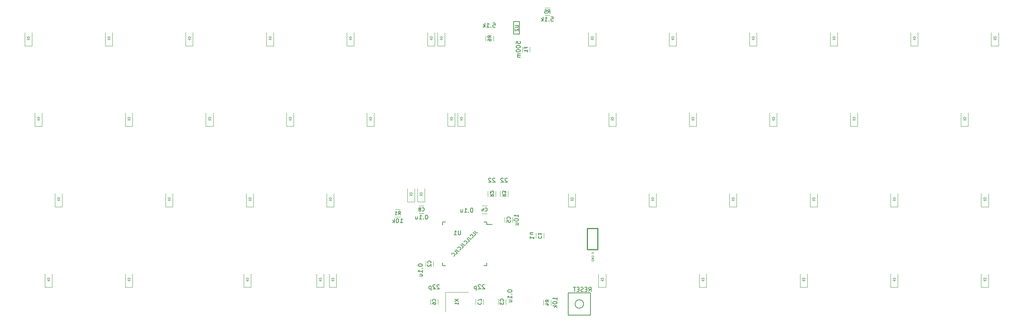
<source format=gbr>
G04 #@! TF.GenerationSoftware,KiCad,Pcbnew,(5.1.6)-1*
G04 #@! TF.CreationDate,2020-06-21T19:34:39+02:00*
G04 #@! TF.ProjectId,CC45,43433435-2e6b-4696-9361-645f70636258,rev?*
G04 #@! TF.SameCoordinates,Original*
G04 #@! TF.FileFunction,Legend,Bot*
G04 #@! TF.FilePolarity,Positive*
%FSLAX46Y46*%
G04 Gerber Fmt 4.6, Leading zero omitted, Abs format (unit mm)*
G04 Created by KiCad (PCBNEW (5.1.6)-1) date 2020-06-21 19:34:39*
%MOMM*%
%LPD*%
G01*
G04 APERTURE LIST*
%ADD10C,0.200000*%
%ADD11C,0.120000*%
%ADD12C,0.100000*%
%ADD13C,0.150000*%
%ADD14C,0.250000*%
%ADD15C,0.125000*%
G04 APERTURE END LIST*
D10*
X146803147Y-78877291D02*
X147207208Y-79281352D01*
X147314958Y-79335227D01*
X147422708Y-79335227D01*
X147530457Y-79281352D01*
X147584332Y-79227478D01*
X146830085Y-79981725D02*
X147099459Y-79712351D01*
X146533773Y-79146665D01*
X146264399Y-80439661D02*
X146318274Y-80439661D01*
X146426024Y-80385786D01*
X146479898Y-80331911D01*
X146533773Y-80224162D01*
X146533773Y-80116412D01*
X146506836Y-80035600D01*
X146426024Y-79900913D01*
X146345211Y-79820101D01*
X146210524Y-79739288D01*
X146129712Y-79712351D01*
X146021963Y-79712351D01*
X145914213Y-79766226D01*
X145860338Y-79820101D01*
X145806463Y-79927850D01*
X145806463Y-79981725D01*
X145348528Y-80331911D02*
X145752589Y-80735972D01*
X145860338Y-80789847D01*
X145968088Y-80789847D01*
X146075837Y-80735972D01*
X146129712Y-80682097D01*
X145375465Y-81436345D02*
X145644839Y-81166971D01*
X145079154Y-80601285D01*
X144809780Y-81894280D02*
X144863654Y-81894280D01*
X144971404Y-81840406D01*
X145025279Y-81786531D01*
X145079154Y-81678781D01*
X145079154Y-81571032D01*
X145052216Y-81490219D01*
X144971404Y-81355532D01*
X144890592Y-81274720D01*
X144755905Y-81193908D01*
X144675093Y-81166971D01*
X144567343Y-81166971D01*
X144459593Y-81220845D01*
X144405719Y-81274720D01*
X144351844Y-81382470D01*
X144351844Y-81436345D01*
X143893908Y-81786531D02*
X144297969Y-82190592D01*
X144405719Y-82244467D01*
X144513468Y-82244467D01*
X144621218Y-82190592D01*
X144675093Y-82136717D01*
X143920845Y-82890964D02*
X144190219Y-82621590D01*
X143624534Y-82055905D01*
X143355160Y-83348900D02*
X143409035Y-83348900D01*
X143516784Y-83295025D01*
X143570659Y-83241150D01*
X143624534Y-83133401D01*
X143624534Y-83025651D01*
X143597597Y-82944839D01*
X143516784Y-82810152D01*
X143435972Y-82729340D01*
X143301285Y-82648528D01*
X143220473Y-82621590D01*
X143112723Y-82621590D01*
X143004974Y-82675465D01*
X142951099Y-82729340D01*
X142897224Y-82837089D01*
X142897224Y-82890964D01*
X142439288Y-83241150D02*
X142843349Y-83645211D01*
X142951099Y-83699086D01*
X143058849Y-83699086D01*
X143166598Y-83645211D01*
X143220473Y-83591337D01*
X142466226Y-84345584D02*
X142735600Y-84076210D01*
X142169914Y-83510524D01*
X141900540Y-84803520D02*
X141954415Y-84803520D01*
X142062165Y-84749645D01*
X142116039Y-84695770D01*
X142169914Y-84588021D01*
X142169914Y-84480271D01*
X142142977Y-84399459D01*
X142062165Y-84264772D01*
X141981352Y-84183960D01*
X141846665Y-84103147D01*
X141765853Y-84076210D01*
X141658104Y-84076210D01*
X141550354Y-84130085D01*
X141496479Y-84183960D01*
X141442604Y-84291709D01*
X141442604Y-84345584D01*
D11*
X134939564Y-72890000D02*
X133735436Y-72890000D01*
X134939564Y-74710000D02*
X133735436Y-74710000D01*
X148910000Y-96195814D02*
X148910000Y-94991686D01*
X147090000Y-96195814D02*
X147090000Y-94991686D01*
X136402500Y-94991686D02*
X136402500Y-96195814D01*
X138222500Y-94991686D02*
X138222500Y-96195814D01*
X153990000Y-75597936D02*
X153990000Y-76802064D01*
X155810000Y-75597936D02*
X155810000Y-76802064D01*
X149789564Y-72940000D02*
X148585436Y-72940000D01*
X149789564Y-74760000D02*
X148585436Y-74760000D01*
X152390000Y-94947936D02*
X152390000Y-96152064D01*
X154210000Y-94947936D02*
X154210000Y-96152064D01*
X135290000Y-85997936D02*
X135290000Y-87202064D01*
X137110000Y-85997936D02*
X137110000Y-87202064D01*
X163160000Y-80552064D02*
X163160000Y-79347936D01*
X161340000Y-80552064D02*
X161340000Y-79347936D01*
X42412500Y-35150000D02*
X40712500Y-35150000D01*
D12*
X41562500Y-33050000D02*
X41562500Y-32800000D01*
X41212500Y-33050000D02*
X41562500Y-33550000D01*
X41912500Y-33050000D02*
X41212500Y-33050000D01*
X41562500Y-33550000D02*
X41912500Y-33050000D01*
X41562500Y-33550000D02*
X41562500Y-33750000D01*
X41912500Y-33550000D02*
X41212500Y-33550000D01*
D11*
X40712500Y-35150000D02*
X40712500Y-32000000D01*
X42412500Y-35150000D02*
X42412500Y-32000000D01*
X268037500Y-92150000D02*
X266337500Y-92150000D01*
D12*
X267187500Y-90050000D02*
X267187500Y-89800000D01*
X266837500Y-90050000D02*
X267187500Y-90550000D01*
X267537500Y-90050000D02*
X266837500Y-90050000D01*
X267187500Y-90550000D02*
X267537500Y-90050000D01*
X267187500Y-90550000D02*
X267187500Y-90750000D01*
X267537500Y-90550000D02*
X266837500Y-90550000D01*
D11*
X266337500Y-92150000D02*
X266337500Y-89000000D01*
X268037500Y-92150000D02*
X268037500Y-89000000D01*
X246662500Y-92150000D02*
X244962500Y-92150000D01*
D12*
X245812500Y-90050000D02*
X245812500Y-89800000D01*
X245462500Y-90050000D02*
X245812500Y-90550000D01*
X246162500Y-90050000D02*
X245462500Y-90050000D01*
X245812500Y-90550000D02*
X246162500Y-90050000D01*
X245812500Y-90550000D02*
X245812500Y-90750000D01*
X246162500Y-90550000D02*
X245462500Y-90550000D01*
D11*
X244962500Y-92150000D02*
X244962500Y-89000000D01*
X246662500Y-92150000D02*
X246662500Y-89000000D01*
X225287500Y-92150000D02*
X223587500Y-92150000D01*
D12*
X224437500Y-90050000D02*
X224437500Y-89800000D01*
X224087500Y-90050000D02*
X224437500Y-90550000D01*
X224787500Y-90050000D02*
X224087500Y-90050000D01*
X224437500Y-90550000D02*
X224787500Y-90050000D01*
X224437500Y-90550000D02*
X224437500Y-90750000D01*
X224787500Y-90550000D02*
X224087500Y-90550000D01*
D11*
X223587500Y-92150000D02*
X223587500Y-89000000D01*
X225287500Y-92150000D02*
X225287500Y-89000000D01*
X201537500Y-92150000D02*
X199837500Y-92150000D01*
D12*
X200687500Y-90050000D02*
X200687500Y-89800000D01*
X200337500Y-90050000D02*
X200687500Y-90550000D01*
X201037500Y-90050000D02*
X200337500Y-90050000D01*
X200687500Y-90550000D02*
X201037500Y-90050000D01*
X200687500Y-90550000D02*
X200687500Y-90750000D01*
X201037500Y-90550000D02*
X200337500Y-90550000D01*
D11*
X199837500Y-92150000D02*
X199837500Y-89000000D01*
X201537500Y-92150000D02*
X201537500Y-89000000D01*
X177787500Y-92150000D02*
X176087500Y-92150000D01*
D12*
X176937500Y-90050000D02*
X176937500Y-89800000D01*
X176587500Y-90050000D02*
X176937500Y-90550000D01*
X177287500Y-90050000D02*
X176587500Y-90050000D01*
X176937500Y-90550000D02*
X177287500Y-90050000D01*
X176937500Y-90550000D02*
X176937500Y-90750000D01*
X177287500Y-90550000D02*
X176587500Y-90550000D01*
D11*
X176087500Y-92150000D02*
X176087500Y-89000000D01*
X177787500Y-92150000D02*
X177787500Y-89000000D01*
X114256250Y-92150000D02*
X112556250Y-92150000D01*
D12*
X113406250Y-90050000D02*
X113406250Y-89800000D01*
X113056250Y-90050000D02*
X113406250Y-90550000D01*
X113756250Y-90050000D02*
X113056250Y-90050000D01*
X113406250Y-90550000D02*
X113756250Y-90050000D01*
X113406250Y-90550000D02*
X113406250Y-90750000D01*
X113756250Y-90550000D02*
X113056250Y-90550000D01*
D11*
X112556250Y-92150000D02*
X112556250Y-89000000D01*
X114256250Y-92150000D02*
X114256250Y-89000000D01*
X111287500Y-92150000D02*
X109587500Y-92150000D01*
D12*
X110437500Y-90050000D02*
X110437500Y-89800000D01*
X110087500Y-90050000D02*
X110437500Y-90550000D01*
X110787500Y-90050000D02*
X110087500Y-90050000D01*
X110437500Y-90550000D02*
X110787500Y-90050000D01*
X110437500Y-90550000D02*
X110437500Y-90750000D01*
X110787500Y-90550000D02*
X110087500Y-90550000D01*
D11*
X109587500Y-92150000D02*
X109587500Y-89000000D01*
X111287500Y-92150000D02*
X111287500Y-89000000D01*
X94068750Y-92150000D02*
X92368750Y-92150000D01*
D12*
X93218750Y-90050000D02*
X93218750Y-89800000D01*
X92868750Y-90050000D02*
X93218750Y-90550000D01*
X93568750Y-90050000D02*
X92868750Y-90050000D01*
X93218750Y-90550000D02*
X93568750Y-90050000D01*
X93218750Y-90550000D02*
X93218750Y-90750000D01*
X93568750Y-90550000D02*
X92868750Y-90550000D01*
D11*
X92368750Y-92150000D02*
X92368750Y-89000000D01*
X94068750Y-92150000D02*
X94068750Y-89000000D01*
X66162500Y-92150000D02*
X64462500Y-92150000D01*
D12*
X65312500Y-90050000D02*
X65312500Y-89800000D01*
X64962500Y-90050000D02*
X65312500Y-90550000D01*
X65662500Y-90050000D02*
X64962500Y-90050000D01*
X65312500Y-90550000D02*
X65662500Y-90050000D01*
X65312500Y-90550000D02*
X65312500Y-90750000D01*
X65662500Y-90550000D02*
X64962500Y-90550000D01*
D11*
X64462500Y-92150000D02*
X64462500Y-89000000D01*
X66162500Y-92150000D02*
X66162500Y-89000000D01*
X47162500Y-92150000D02*
X45462500Y-92150000D01*
D12*
X46312500Y-90050000D02*
X46312500Y-89800000D01*
X45962500Y-90050000D02*
X46312500Y-90550000D01*
X46662500Y-90050000D02*
X45962500Y-90050000D01*
X46312500Y-90550000D02*
X46662500Y-90050000D01*
X46312500Y-90550000D02*
X46312500Y-90750000D01*
X46662500Y-90550000D02*
X45962500Y-90550000D01*
D11*
X45462500Y-92150000D02*
X45462500Y-89000000D01*
X47162500Y-92150000D02*
X47162500Y-89000000D01*
X268037500Y-73150000D02*
X266337500Y-73150000D01*
D12*
X267187500Y-71050000D02*
X267187500Y-70800000D01*
X266837500Y-71050000D02*
X267187500Y-71550000D01*
X267537500Y-71050000D02*
X266837500Y-71050000D01*
X267187500Y-71550000D02*
X267537500Y-71050000D01*
X267187500Y-71550000D02*
X267187500Y-71750000D01*
X267537500Y-71550000D02*
X266837500Y-71550000D01*
D11*
X266337500Y-73150000D02*
X266337500Y-70000000D01*
X268037500Y-73150000D02*
X268037500Y-70000000D01*
X246662500Y-73150000D02*
X244962500Y-73150000D01*
D12*
X245812500Y-71050000D02*
X245812500Y-70800000D01*
X245462500Y-71050000D02*
X245812500Y-71550000D01*
X246162500Y-71050000D02*
X245462500Y-71050000D01*
X245812500Y-71550000D02*
X246162500Y-71050000D01*
X245812500Y-71550000D02*
X245812500Y-71750000D01*
X246162500Y-71550000D02*
X245462500Y-71550000D01*
D11*
X244962500Y-73150000D02*
X244962500Y-70000000D01*
X246662500Y-73150000D02*
X246662500Y-70000000D01*
X227662500Y-73150000D02*
X225962500Y-73150000D01*
D12*
X226812500Y-71050000D02*
X226812500Y-70800000D01*
X226462500Y-71050000D02*
X226812500Y-71550000D01*
X227162500Y-71050000D02*
X226462500Y-71050000D01*
X226812500Y-71550000D02*
X227162500Y-71050000D01*
X226812500Y-71550000D02*
X226812500Y-71750000D01*
X227162500Y-71550000D02*
X226462500Y-71550000D01*
D11*
X225962500Y-73150000D02*
X225962500Y-70000000D01*
X227662500Y-73150000D02*
X227662500Y-70000000D01*
X208662500Y-73150000D02*
X206962500Y-73150000D01*
D12*
X207812500Y-71050000D02*
X207812500Y-70800000D01*
X207462500Y-71050000D02*
X207812500Y-71550000D01*
X208162500Y-71050000D02*
X207462500Y-71050000D01*
X207812500Y-71550000D02*
X208162500Y-71050000D01*
X207812500Y-71550000D02*
X207812500Y-71750000D01*
X208162500Y-71550000D02*
X207462500Y-71550000D01*
D11*
X206962500Y-73150000D02*
X206962500Y-70000000D01*
X208662500Y-73150000D02*
X208662500Y-70000000D01*
X189662500Y-73150000D02*
X187962500Y-73150000D01*
D12*
X188812500Y-71050000D02*
X188812500Y-70800000D01*
X188462500Y-71050000D02*
X188812500Y-71550000D01*
X189162500Y-71050000D02*
X188462500Y-71050000D01*
X188812500Y-71550000D02*
X189162500Y-71050000D01*
X188812500Y-71550000D02*
X188812500Y-71750000D01*
X189162500Y-71550000D02*
X188462500Y-71550000D01*
D11*
X187962500Y-73150000D02*
X187962500Y-70000000D01*
X189662500Y-73150000D02*
X189662500Y-70000000D01*
X170662500Y-73150000D02*
X168962500Y-73150000D01*
D12*
X169812500Y-71050000D02*
X169812500Y-70800000D01*
X169462500Y-71050000D02*
X169812500Y-71550000D01*
X170162500Y-71050000D02*
X169462500Y-71050000D01*
X169812500Y-71550000D02*
X170162500Y-71050000D01*
X169812500Y-71550000D02*
X169812500Y-71750000D01*
X170162500Y-71550000D02*
X169462500Y-71550000D01*
D11*
X168962500Y-73150000D02*
X168962500Y-70000000D01*
X170662500Y-73150000D02*
X170662500Y-70000000D01*
X135037500Y-71962500D02*
X133337500Y-71962500D01*
D12*
X134187500Y-69862500D02*
X134187500Y-69612500D01*
X133837500Y-69862500D02*
X134187500Y-70362500D01*
X134537500Y-69862500D02*
X133837500Y-69862500D01*
X134187500Y-70362500D02*
X134537500Y-69862500D01*
X134187500Y-70362500D02*
X134187500Y-70562500D01*
X134537500Y-70362500D02*
X133837500Y-70362500D01*
D11*
X133337500Y-71962500D02*
X133337500Y-68812500D01*
X135037500Y-71962500D02*
X135037500Y-68812500D01*
X132662500Y-71962500D02*
X130962500Y-71962500D01*
D12*
X131812500Y-69862500D02*
X131812500Y-69612500D01*
X131462500Y-69862500D02*
X131812500Y-70362500D01*
X132162500Y-69862500D02*
X131462500Y-69862500D01*
X131812500Y-70362500D02*
X132162500Y-69862500D01*
X131812500Y-70362500D02*
X131812500Y-70562500D01*
X132162500Y-70362500D02*
X131462500Y-70362500D01*
D11*
X130962500Y-71962500D02*
X130962500Y-68812500D01*
X132662500Y-71962500D02*
X132662500Y-68812500D01*
X113662500Y-73150000D02*
X111962500Y-73150000D01*
D12*
X112812500Y-71050000D02*
X112812500Y-70800000D01*
X112462500Y-71050000D02*
X112812500Y-71550000D01*
X113162500Y-71050000D02*
X112462500Y-71050000D01*
X112812500Y-71550000D02*
X113162500Y-71050000D01*
X112812500Y-71550000D02*
X112812500Y-71750000D01*
X113162500Y-71550000D02*
X112462500Y-71550000D01*
D11*
X111962500Y-73150000D02*
X111962500Y-70000000D01*
X113662500Y-73150000D02*
X113662500Y-70000000D01*
X94662500Y-73150000D02*
X92962500Y-73150000D01*
D12*
X93812500Y-71050000D02*
X93812500Y-70800000D01*
X93462500Y-71050000D02*
X93812500Y-71550000D01*
X94162500Y-71050000D02*
X93462500Y-71050000D01*
X93812500Y-71550000D02*
X94162500Y-71050000D01*
X93812500Y-71550000D02*
X93812500Y-71750000D01*
X94162500Y-71550000D02*
X93462500Y-71550000D01*
D11*
X92962500Y-73150000D02*
X92962500Y-70000000D01*
X94662500Y-73150000D02*
X94662500Y-70000000D01*
X75662500Y-73150000D02*
X73962500Y-73150000D01*
D12*
X74812500Y-71050000D02*
X74812500Y-70800000D01*
X74462500Y-71050000D02*
X74812500Y-71550000D01*
X75162500Y-71050000D02*
X74462500Y-71050000D01*
X74812500Y-71550000D02*
X75162500Y-71050000D01*
X74812500Y-71550000D02*
X74812500Y-71750000D01*
X75162500Y-71550000D02*
X74462500Y-71550000D01*
D11*
X73962500Y-73150000D02*
X73962500Y-70000000D01*
X75662500Y-73150000D02*
X75662500Y-70000000D01*
X49537500Y-73150000D02*
X47837500Y-73150000D01*
D12*
X48687500Y-71050000D02*
X48687500Y-70800000D01*
X48337500Y-71050000D02*
X48687500Y-71550000D01*
X49037500Y-71050000D02*
X48337500Y-71050000D01*
X48687500Y-71550000D02*
X49037500Y-71050000D01*
X48687500Y-71550000D02*
X48687500Y-71750000D01*
X49037500Y-71550000D02*
X48337500Y-71550000D01*
D11*
X47837500Y-73150000D02*
X47837500Y-70000000D01*
X49537500Y-73150000D02*
X49537500Y-70000000D01*
X263287500Y-54150000D02*
X261587500Y-54150000D01*
D12*
X262437500Y-52050000D02*
X262437500Y-51800000D01*
X262087500Y-52050000D02*
X262437500Y-52550000D01*
X262787500Y-52050000D02*
X262087500Y-52050000D01*
X262437500Y-52550000D02*
X262787500Y-52050000D01*
X262437500Y-52550000D02*
X262437500Y-52750000D01*
X262787500Y-52550000D02*
X262087500Y-52550000D01*
D11*
X261587500Y-54150000D02*
X261587500Y-51000000D01*
X263287500Y-54150000D02*
X263287500Y-51000000D01*
X237162500Y-54150000D02*
X235462500Y-54150000D01*
D12*
X236312500Y-52050000D02*
X236312500Y-51800000D01*
X235962500Y-52050000D02*
X236312500Y-52550000D01*
X236662500Y-52050000D02*
X235962500Y-52050000D01*
X236312500Y-52550000D02*
X236662500Y-52050000D01*
X236312500Y-52550000D02*
X236312500Y-52750000D01*
X236662500Y-52550000D02*
X235962500Y-52550000D01*
D11*
X235462500Y-54150000D02*
X235462500Y-51000000D01*
X237162500Y-54150000D02*
X237162500Y-51000000D01*
X218162500Y-54150000D02*
X216462500Y-54150000D01*
D12*
X217312500Y-52050000D02*
X217312500Y-51800000D01*
X216962500Y-52050000D02*
X217312500Y-52550000D01*
X217662500Y-52050000D02*
X216962500Y-52050000D01*
X217312500Y-52550000D02*
X217662500Y-52050000D01*
X217312500Y-52550000D02*
X217312500Y-52750000D01*
X217662500Y-52550000D02*
X216962500Y-52550000D01*
D11*
X216462500Y-54150000D02*
X216462500Y-51000000D01*
X218162500Y-54150000D02*
X218162500Y-51000000D01*
X199162500Y-54150000D02*
X197462500Y-54150000D01*
D12*
X198312500Y-52050000D02*
X198312500Y-51800000D01*
X197962500Y-52050000D02*
X198312500Y-52550000D01*
X198662500Y-52050000D02*
X197962500Y-52050000D01*
X198312500Y-52550000D02*
X198662500Y-52050000D01*
X198312500Y-52550000D02*
X198312500Y-52750000D01*
X198662500Y-52550000D02*
X197962500Y-52550000D01*
D11*
X197462500Y-54150000D02*
X197462500Y-51000000D01*
X199162500Y-54150000D02*
X199162500Y-51000000D01*
X180162500Y-54150000D02*
X178462500Y-54150000D01*
D12*
X179312500Y-52050000D02*
X179312500Y-51800000D01*
X178962500Y-52050000D02*
X179312500Y-52550000D01*
X179662500Y-52050000D02*
X178962500Y-52050000D01*
X179312500Y-52550000D02*
X179662500Y-52050000D01*
X179312500Y-52550000D02*
X179312500Y-52750000D01*
X179662500Y-52550000D02*
X178962500Y-52550000D01*
D11*
X178462500Y-54150000D02*
X178462500Y-51000000D01*
X180162500Y-54150000D02*
X180162500Y-51000000D01*
X144537500Y-54150000D02*
X142837500Y-54150000D01*
D12*
X143687500Y-52050000D02*
X143687500Y-51800000D01*
X143337500Y-52050000D02*
X143687500Y-52550000D01*
X144037500Y-52050000D02*
X143337500Y-52050000D01*
X143687500Y-52550000D02*
X144037500Y-52050000D01*
X143687500Y-52550000D02*
X143687500Y-52750000D01*
X144037500Y-52550000D02*
X143337500Y-52550000D01*
D11*
X142837500Y-54150000D02*
X142837500Y-51000000D01*
X144537500Y-54150000D02*
X144537500Y-51000000D01*
X142162500Y-54150000D02*
X140462500Y-54150000D01*
D12*
X141312500Y-52050000D02*
X141312500Y-51800000D01*
X140962500Y-52050000D02*
X141312500Y-52550000D01*
X141662500Y-52050000D02*
X140962500Y-52050000D01*
X141312500Y-52550000D02*
X141662500Y-52050000D01*
X141312500Y-52550000D02*
X141312500Y-52750000D01*
X141662500Y-52550000D02*
X140962500Y-52550000D01*
D11*
X140462500Y-54150000D02*
X140462500Y-51000000D01*
X142162500Y-54150000D02*
X142162500Y-51000000D01*
X123162500Y-54150000D02*
X121462500Y-54150000D01*
D12*
X122312500Y-52050000D02*
X122312500Y-51800000D01*
X121962500Y-52050000D02*
X122312500Y-52550000D01*
X122662500Y-52050000D02*
X121962500Y-52050000D01*
X122312500Y-52550000D02*
X122662500Y-52050000D01*
X122312500Y-52550000D02*
X122312500Y-52750000D01*
X122662500Y-52550000D02*
X121962500Y-52550000D01*
D11*
X121462500Y-54150000D02*
X121462500Y-51000000D01*
X123162500Y-54150000D02*
X123162500Y-51000000D01*
X104162500Y-54150000D02*
X102462500Y-54150000D01*
D12*
X103312500Y-52050000D02*
X103312500Y-51800000D01*
X102962500Y-52050000D02*
X103312500Y-52550000D01*
X103662500Y-52050000D02*
X102962500Y-52050000D01*
X103312500Y-52550000D02*
X103662500Y-52050000D01*
X103312500Y-52550000D02*
X103312500Y-52750000D01*
X103662500Y-52550000D02*
X102962500Y-52550000D01*
D11*
X102462500Y-54150000D02*
X102462500Y-51000000D01*
X104162500Y-54150000D02*
X104162500Y-51000000D01*
X85162500Y-54150000D02*
X83462500Y-54150000D01*
D12*
X84312500Y-52050000D02*
X84312500Y-51800000D01*
X83962500Y-52050000D02*
X84312500Y-52550000D01*
X84662500Y-52050000D02*
X83962500Y-52050000D01*
X84312500Y-52550000D02*
X84662500Y-52050000D01*
X84312500Y-52550000D02*
X84312500Y-52750000D01*
X84662500Y-52550000D02*
X83962500Y-52550000D01*
D11*
X83462500Y-54150000D02*
X83462500Y-51000000D01*
X85162500Y-54150000D02*
X85162500Y-51000000D01*
X66162500Y-54150000D02*
X64462500Y-54150000D01*
D12*
X65312500Y-52050000D02*
X65312500Y-51800000D01*
X64962500Y-52050000D02*
X65312500Y-52550000D01*
X65662500Y-52050000D02*
X64962500Y-52050000D01*
X65312500Y-52550000D02*
X65662500Y-52050000D01*
X65312500Y-52550000D02*
X65312500Y-52750000D01*
X65662500Y-52550000D02*
X64962500Y-52550000D01*
D11*
X64462500Y-54150000D02*
X64462500Y-51000000D01*
X66162500Y-54150000D02*
X66162500Y-51000000D01*
X44787500Y-54150000D02*
X43087500Y-54150000D01*
D12*
X43937500Y-52050000D02*
X43937500Y-51800000D01*
X43587500Y-52050000D02*
X43937500Y-52550000D01*
X44287500Y-52050000D02*
X43587500Y-52050000D01*
X43937500Y-52550000D02*
X44287500Y-52050000D01*
X43937500Y-52550000D02*
X43937500Y-52750000D01*
X44287500Y-52550000D02*
X43587500Y-52550000D01*
D11*
X43087500Y-54150000D02*
X43087500Y-51000000D01*
X44787500Y-54150000D02*
X44787500Y-51000000D01*
X270412500Y-35150000D02*
X268712500Y-35150000D01*
D12*
X269562500Y-33050000D02*
X269562500Y-32800000D01*
X269212500Y-33050000D02*
X269562500Y-33550000D01*
X269912500Y-33050000D02*
X269212500Y-33050000D01*
X269562500Y-33550000D02*
X269912500Y-33050000D01*
X269562500Y-33550000D02*
X269562500Y-33750000D01*
X269912500Y-33550000D02*
X269212500Y-33550000D01*
D11*
X268712500Y-35150000D02*
X268712500Y-32000000D01*
X270412500Y-35150000D02*
X270412500Y-32000000D01*
X251412500Y-35150000D02*
X249712500Y-35150000D01*
D12*
X250562500Y-33050000D02*
X250562500Y-32800000D01*
X250212500Y-33050000D02*
X250562500Y-33550000D01*
X250912500Y-33050000D02*
X250212500Y-33050000D01*
X250562500Y-33550000D02*
X250912500Y-33050000D01*
X250562500Y-33550000D02*
X250562500Y-33750000D01*
X250912500Y-33550000D02*
X250212500Y-33550000D01*
D11*
X249712500Y-35150000D02*
X249712500Y-32000000D01*
X251412500Y-35150000D02*
X251412500Y-32000000D01*
X232412500Y-35150000D02*
X230712500Y-35150000D01*
D12*
X231562500Y-33050000D02*
X231562500Y-32800000D01*
X231212500Y-33050000D02*
X231562500Y-33550000D01*
X231912500Y-33050000D02*
X231212500Y-33050000D01*
X231562500Y-33550000D02*
X231912500Y-33050000D01*
X231562500Y-33550000D02*
X231562500Y-33750000D01*
X231912500Y-33550000D02*
X231212500Y-33550000D01*
D11*
X230712500Y-35150000D02*
X230712500Y-32000000D01*
X232412500Y-35150000D02*
X232412500Y-32000000D01*
X213412500Y-35150000D02*
X211712500Y-35150000D01*
D12*
X212562500Y-33050000D02*
X212562500Y-32800000D01*
X212212500Y-33050000D02*
X212562500Y-33550000D01*
X212912500Y-33050000D02*
X212212500Y-33050000D01*
X212562500Y-33550000D02*
X212912500Y-33050000D01*
X212562500Y-33550000D02*
X212562500Y-33750000D01*
X212912500Y-33550000D02*
X212212500Y-33550000D01*
D11*
X211712500Y-35150000D02*
X211712500Y-32000000D01*
X213412500Y-35150000D02*
X213412500Y-32000000D01*
X194412500Y-35150000D02*
X192712500Y-35150000D01*
D12*
X193562500Y-33050000D02*
X193562500Y-32800000D01*
X193212500Y-33050000D02*
X193562500Y-33550000D01*
X193912500Y-33050000D02*
X193212500Y-33050000D01*
X193562500Y-33550000D02*
X193912500Y-33050000D01*
X193562500Y-33550000D02*
X193562500Y-33750000D01*
X193912500Y-33550000D02*
X193212500Y-33550000D01*
D11*
X192712500Y-35150000D02*
X192712500Y-32000000D01*
X194412500Y-35150000D02*
X194412500Y-32000000D01*
X175412500Y-35150000D02*
X173712500Y-35150000D01*
D12*
X174562500Y-33050000D02*
X174562500Y-32800000D01*
X174212500Y-33050000D02*
X174562500Y-33550000D01*
X174912500Y-33050000D02*
X174212500Y-33050000D01*
X174562500Y-33550000D02*
X174912500Y-33050000D01*
X174562500Y-33550000D02*
X174562500Y-33750000D01*
X174912500Y-33550000D02*
X174212500Y-33550000D01*
D11*
X173712500Y-35150000D02*
X173712500Y-32000000D01*
X175412500Y-35150000D02*
X175412500Y-32000000D01*
X139787500Y-35150000D02*
X138087500Y-35150000D01*
D12*
X138937500Y-33050000D02*
X138937500Y-32800000D01*
X138587500Y-33050000D02*
X138937500Y-33550000D01*
X139287500Y-33050000D02*
X138587500Y-33050000D01*
X138937500Y-33550000D02*
X139287500Y-33050000D01*
X138937500Y-33550000D02*
X138937500Y-33750000D01*
X139287500Y-33550000D02*
X138587500Y-33550000D01*
D11*
X138087500Y-35150000D02*
X138087500Y-32000000D01*
X139787500Y-35150000D02*
X139787500Y-32000000D01*
X137412500Y-35150000D02*
X135712500Y-35150000D01*
D12*
X136562500Y-33050000D02*
X136562500Y-32800000D01*
X136212500Y-33050000D02*
X136562500Y-33550000D01*
X136912500Y-33050000D02*
X136212500Y-33050000D01*
X136562500Y-33550000D02*
X136912500Y-33050000D01*
X136562500Y-33550000D02*
X136562500Y-33750000D01*
X136912500Y-33550000D02*
X136212500Y-33550000D01*
D11*
X135712500Y-35150000D02*
X135712500Y-32000000D01*
X137412500Y-35150000D02*
X137412500Y-32000000D01*
X118412500Y-35150000D02*
X116712500Y-35150000D01*
D12*
X117562500Y-33050000D02*
X117562500Y-32800000D01*
X117212500Y-33050000D02*
X117562500Y-33550000D01*
X117912500Y-33050000D02*
X117212500Y-33050000D01*
X117562500Y-33550000D02*
X117912500Y-33050000D01*
X117562500Y-33550000D02*
X117562500Y-33750000D01*
X117912500Y-33550000D02*
X117212500Y-33550000D01*
D11*
X116712500Y-35150000D02*
X116712500Y-32000000D01*
X118412500Y-35150000D02*
X118412500Y-32000000D01*
X99412500Y-35150000D02*
X97712500Y-35150000D01*
D12*
X98562500Y-33050000D02*
X98562500Y-32800000D01*
X98212500Y-33050000D02*
X98562500Y-33550000D01*
X98912500Y-33050000D02*
X98212500Y-33050000D01*
X98562500Y-33550000D02*
X98912500Y-33050000D01*
X98562500Y-33550000D02*
X98562500Y-33750000D01*
X98912500Y-33550000D02*
X98212500Y-33550000D01*
D11*
X97712500Y-35150000D02*
X97712500Y-32000000D01*
X99412500Y-35150000D02*
X99412500Y-32000000D01*
X80412500Y-35150000D02*
X78712500Y-35150000D01*
D12*
X79562500Y-33050000D02*
X79562500Y-32800000D01*
X79212500Y-33050000D02*
X79562500Y-33550000D01*
X79912500Y-33050000D02*
X79212500Y-33050000D01*
X79562500Y-33550000D02*
X79912500Y-33050000D01*
X79562500Y-33550000D02*
X79562500Y-33750000D01*
X79912500Y-33550000D02*
X79212500Y-33550000D01*
D11*
X78712500Y-35150000D02*
X78712500Y-32000000D01*
X80412500Y-35150000D02*
X80412500Y-32000000D01*
X61412500Y-35150000D02*
X59712500Y-35150000D01*
D12*
X60562500Y-33050000D02*
X60562500Y-32800000D01*
X60212500Y-33050000D02*
X60562500Y-33550000D01*
X60912500Y-33050000D02*
X60212500Y-33050000D01*
X60562500Y-33550000D02*
X60912500Y-33050000D01*
X60562500Y-33550000D02*
X60562500Y-33750000D01*
X60912500Y-33550000D02*
X60212500Y-33550000D01*
D11*
X59712500Y-35150000D02*
X59712500Y-32000000D01*
X61412500Y-35150000D02*
X61412500Y-32000000D01*
X151310000Y-32747936D02*
X151310000Y-33952064D01*
X149490000Y-32747936D02*
X149490000Y-33952064D01*
X164602064Y-27960000D02*
X163397936Y-27960000D01*
X164602064Y-26140000D02*
X163397936Y-26140000D01*
X164910000Y-95147936D02*
X164910000Y-96352064D01*
X163090000Y-95147936D02*
X163090000Y-96352064D01*
X152871250Y-70664564D02*
X152871250Y-69460436D01*
X154691250Y-70664564D02*
X154691250Y-69460436D01*
X149985250Y-70664564D02*
X149985250Y-69460436D01*
X151805250Y-70664564D02*
X151805250Y-69460436D01*
X129314564Y-75560000D02*
X128110436Y-75560000D01*
X129314564Y-73740000D02*
X128110436Y-73740000D01*
D13*
X156100000Y-29412500D02*
X157400000Y-29412500D01*
X156100000Y-32312500D02*
X156100000Y-29412500D01*
X157400000Y-32312500D02*
X156100000Y-32312500D01*
X157400000Y-32312500D02*
X157400000Y-29412500D01*
D14*
X175900000Y-78250000D02*
X173400000Y-78250000D01*
X175900000Y-83250000D02*
X175900000Y-78250000D01*
X173400000Y-83250000D02*
X175900000Y-83250000D01*
X173400000Y-78250000D02*
X173400000Y-83250000D01*
D11*
X174944000Y-84052000D02*
X174436000Y-84052000D01*
X174436000Y-84052000D02*
X174690000Y-83798000D01*
X174690000Y-83798000D02*
X174944000Y-84052000D01*
X139956250Y-97843750D02*
X139956250Y-93343750D01*
X139956250Y-93343750D02*
X145356250Y-93343750D01*
D13*
X149675000Y-76725000D02*
X149675000Y-77300000D01*
X139325000Y-76725000D02*
X139325000Y-77400000D01*
X139325000Y-87075000D02*
X139325000Y-86400000D01*
X149675000Y-87075000D02*
X149675000Y-86400000D01*
X149675000Y-76725000D02*
X149000000Y-76725000D01*
X149675000Y-87075000D02*
X149000000Y-87075000D01*
X139325000Y-87075000D02*
X140000000Y-87075000D01*
X139325000Y-76725000D02*
X140000000Y-76725000D01*
X149675000Y-77300000D02*
X150950000Y-77300000D01*
X172550000Y-96100000D02*
G75*
G03*
X172550000Y-96100000I-1000000J0D01*
G01*
X168950000Y-93500000D02*
X168950000Y-98700000D01*
X174150000Y-93500000D02*
X168950000Y-93500000D01*
X174150000Y-98700000D02*
X174150000Y-93500000D01*
X168950000Y-98700000D02*
X174150000Y-98700000D01*
D11*
X159910000Y-36602064D02*
X159910000Y-35397936D01*
X158090000Y-36602064D02*
X158090000Y-35397936D01*
D13*
X134470833Y-74085714D02*
X134508928Y-74123809D01*
X134623214Y-74161904D01*
X134699404Y-74161904D01*
X134813690Y-74123809D01*
X134889880Y-74047619D01*
X134927976Y-73971428D01*
X134966071Y-73819047D01*
X134966071Y-73704761D01*
X134927976Y-73552380D01*
X134889880Y-73476190D01*
X134813690Y-73400000D01*
X134699404Y-73361904D01*
X134623214Y-73361904D01*
X134508928Y-73400000D01*
X134470833Y-73438095D01*
X134013690Y-73704761D02*
X134089880Y-73666666D01*
X134127976Y-73628571D01*
X134166071Y-73552380D01*
X134166071Y-73514285D01*
X134127976Y-73438095D01*
X134089880Y-73400000D01*
X134013690Y-73361904D01*
X133861309Y-73361904D01*
X133785119Y-73400000D01*
X133747023Y-73438095D01*
X133708928Y-73514285D01*
X133708928Y-73552380D01*
X133747023Y-73628571D01*
X133785119Y-73666666D01*
X133861309Y-73704761D01*
X134013690Y-73704761D01*
X134089880Y-73742857D01*
X134127976Y-73780952D01*
X134166071Y-73857142D01*
X134166071Y-74009523D01*
X134127976Y-74085714D01*
X134089880Y-74123809D01*
X134013690Y-74161904D01*
X133861309Y-74161904D01*
X133785119Y-74123809D01*
X133747023Y-74085714D01*
X133708928Y-74009523D01*
X133708928Y-73857142D01*
X133747023Y-73780952D01*
X133785119Y-73742857D01*
X133861309Y-73704761D01*
X135551785Y-75072380D02*
X135456547Y-75072380D01*
X135361309Y-75120000D01*
X135313690Y-75167619D01*
X135266071Y-75262857D01*
X135218452Y-75453333D01*
X135218452Y-75691428D01*
X135266071Y-75881904D01*
X135313690Y-75977142D01*
X135361309Y-76024761D01*
X135456547Y-76072380D01*
X135551785Y-76072380D01*
X135647023Y-76024761D01*
X135694642Y-75977142D01*
X135742261Y-75881904D01*
X135789880Y-75691428D01*
X135789880Y-75453333D01*
X135742261Y-75262857D01*
X135694642Y-75167619D01*
X135647023Y-75120000D01*
X135551785Y-75072380D01*
X134789880Y-75977142D02*
X134742261Y-76024761D01*
X134789880Y-76072380D01*
X134837500Y-76024761D01*
X134789880Y-75977142D01*
X134789880Y-76072380D01*
X133789880Y-76072380D02*
X134361309Y-76072380D01*
X134075595Y-76072380D02*
X134075595Y-75072380D01*
X134170833Y-75215238D01*
X134266071Y-75310476D01*
X134361309Y-75358095D01*
X132932738Y-75405714D02*
X132932738Y-76072380D01*
X133361309Y-75405714D02*
X133361309Y-75929523D01*
X133313690Y-76024761D01*
X133218452Y-76072380D01*
X133075595Y-76072380D01*
X132980357Y-76024761D01*
X132932738Y-75977142D01*
X147714285Y-95727083D02*
X147676190Y-95765178D01*
X147638095Y-95879464D01*
X147638095Y-95955654D01*
X147676190Y-96069940D01*
X147752380Y-96146130D01*
X147828571Y-96184226D01*
X147980952Y-96222321D01*
X148095238Y-96222321D01*
X148247619Y-96184226D01*
X148323809Y-96146130D01*
X148400000Y-96069940D01*
X148438095Y-95955654D01*
X148438095Y-95879464D01*
X148400000Y-95765178D01*
X148361904Y-95727083D01*
X148438095Y-95460416D02*
X148438095Y-94927083D01*
X147638095Y-95269940D01*
X149214285Y-91647619D02*
X149166666Y-91600000D01*
X149071428Y-91552380D01*
X148833333Y-91552380D01*
X148738095Y-91600000D01*
X148690476Y-91647619D01*
X148642857Y-91742857D01*
X148642857Y-91838095D01*
X148690476Y-91980952D01*
X149261904Y-92552380D01*
X148642857Y-92552380D01*
X148261904Y-91647619D02*
X148214285Y-91600000D01*
X148119047Y-91552380D01*
X147880952Y-91552380D01*
X147785714Y-91600000D01*
X147738095Y-91647619D01*
X147690476Y-91742857D01*
X147690476Y-91838095D01*
X147738095Y-91980952D01*
X148309523Y-92552380D01*
X147690476Y-92552380D01*
X147261904Y-91885714D02*
X147261904Y-92885714D01*
X147261904Y-91933333D02*
X147166666Y-91885714D01*
X146976190Y-91885714D01*
X146880952Y-91933333D01*
X146833333Y-91980952D01*
X146785714Y-92076190D01*
X146785714Y-92361904D01*
X146833333Y-92457142D01*
X146880952Y-92504761D01*
X146976190Y-92552380D01*
X147166666Y-92552380D01*
X147261904Y-92504761D01*
X137598214Y-95460416D02*
X137636309Y-95422321D01*
X137674404Y-95308035D01*
X137674404Y-95231845D01*
X137636309Y-95117559D01*
X137560119Y-95041369D01*
X137483928Y-95003273D01*
X137331547Y-94965178D01*
X137217261Y-94965178D01*
X137064880Y-95003273D01*
X136988690Y-95041369D01*
X136912500Y-95117559D01*
X136874404Y-95231845D01*
X136874404Y-95308035D01*
X136912500Y-95422321D01*
X136950595Y-95460416D01*
X136874404Y-96146130D02*
X136874404Y-95993750D01*
X136912500Y-95917559D01*
X136950595Y-95879464D01*
X137064880Y-95803273D01*
X137217261Y-95765178D01*
X137522023Y-95765178D01*
X137598214Y-95803273D01*
X137636309Y-95841369D01*
X137674404Y-95917559D01*
X137674404Y-96069940D01*
X137636309Y-96146130D01*
X137598214Y-96184226D01*
X137522023Y-96222321D01*
X137331547Y-96222321D01*
X137255357Y-96184226D01*
X137217261Y-96146130D01*
X137179166Y-96069940D01*
X137179166Y-95917559D01*
X137217261Y-95841369D01*
X137255357Y-95803273D01*
X137331547Y-95765178D01*
X138514285Y-91647619D02*
X138466666Y-91600000D01*
X138371428Y-91552380D01*
X138133333Y-91552380D01*
X138038095Y-91600000D01*
X137990476Y-91647619D01*
X137942857Y-91742857D01*
X137942857Y-91838095D01*
X137990476Y-91980952D01*
X138561904Y-92552380D01*
X137942857Y-92552380D01*
X137561904Y-91647619D02*
X137514285Y-91600000D01*
X137419047Y-91552380D01*
X137180952Y-91552380D01*
X137085714Y-91600000D01*
X137038095Y-91647619D01*
X136990476Y-91742857D01*
X136990476Y-91838095D01*
X137038095Y-91980952D01*
X137609523Y-92552380D01*
X136990476Y-92552380D01*
X136561904Y-91885714D02*
X136561904Y-92885714D01*
X136561904Y-91933333D02*
X136466666Y-91885714D01*
X136276190Y-91885714D01*
X136180952Y-91933333D01*
X136133333Y-91980952D01*
X136085714Y-92076190D01*
X136085714Y-92361904D01*
X136133333Y-92457142D01*
X136180952Y-92504761D01*
X136276190Y-92552380D01*
X136466666Y-92552380D01*
X136561904Y-92504761D01*
X155185714Y-76066666D02*
X155223809Y-76028571D01*
X155261904Y-75914285D01*
X155261904Y-75838095D01*
X155223809Y-75723809D01*
X155147619Y-75647619D01*
X155071428Y-75609523D01*
X154919047Y-75571428D01*
X154804761Y-75571428D01*
X154652380Y-75609523D01*
X154576190Y-75647619D01*
X154500000Y-75723809D01*
X154461904Y-75838095D01*
X154461904Y-75914285D01*
X154500000Y-76028571D01*
X154538095Y-76066666D01*
X154461904Y-76790476D02*
X154461904Y-76409523D01*
X154842857Y-76371428D01*
X154804761Y-76409523D01*
X154766666Y-76485714D01*
X154766666Y-76676190D01*
X154804761Y-76752380D01*
X154842857Y-76790476D01*
X154919047Y-76828571D01*
X155109523Y-76828571D01*
X155185714Y-76790476D01*
X155223809Y-76752380D01*
X155261904Y-76676190D01*
X155261904Y-76485714D01*
X155223809Y-76409523D01*
X155185714Y-76371428D01*
X157172380Y-75557142D02*
X157172380Y-74985714D01*
X157172380Y-75271428D02*
X156172380Y-75271428D01*
X156315238Y-75176190D01*
X156410476Y-75080952D01*
X156458095Y-74985714D01*
X156172380Y-76176190D02*
X156172380Y-76271428D01*
X156220000Y-76366666D01*
X156267619Y-76414285D01*
X156362857Y-76461904D01*
X156553333Y-76509523D01*
X156791428Y-76509523D01*
X156981904Y-76461904D01*
X157077142Y-76414285D01*
X157124761Y-76366666D01*
X157172380Y-76271428D01*
X157172380Y-76176190D01*
X157124761Y-76080952D01*
X157077142Y-76033333D01*
X156981904Y-75985714D01*
X156791428Y-75938095D01*
X156553333Y-75938095D01*
X156362857Y-75985714D01*
X156267619Y-76033333D01*
X156220000Y-76080952D01*
X156172380Y-76176190D01*
X156505714Y-77366666D02*
X157172380Y-77366666D01*
X156505714Y-76938095D02*
X157029523Y-76938095D01*
X157124761Y-76985714D01*
X157172380Y-77080952D01*
X157172380Y-77223809D01*
X157124761Y-77319047D01*
X157077142Y-77366666D01*
X149320833Y-74135714D02*
X149358928Y-74173809D01*
X149473214Y-74211904D01*
X149549404Y-74211904D01*
X149663690Y-74173809D01*
X149739880Y-74097619D01*
X149777976Y-74021428D01*
X149816071Y-73869047D01*
X149816071Y-73754761D01*
X149777976Y-73602380D01*
X149739880Y-73526190D01*
X149663690Y-73450000D01*
X149549404Y-73411904D01*
X149473214Y-73411904D01*
X149358928Y-73450000D01*
X149320833Y-73488095D01*
X148635119Y-73678571D02*
X148635119Y-74211904D01*
X148825595Y-73373809D02*
X149016071Y-73945238D01*
X148520833Y-73945238D01*
X146214285Y-73452380D02*
X146119047Y-73452380D01*
X146023809Y-73500000D01*
X145976190Y-73547619D01*
X145928571Y-73642857D01*
X145880952Y-73833333D01*
X145880952Y-74071428D01*
X145928571Y-74261904D01*
X145976190Y-74357142D01*
X146023809Y-74404761D01*
X146119047Y-74452380D01*
X146214285Y-74452380D01*
X146309523Y-74404761D01*
X146357142Y-74357142D01*
X146404761Y-74261904D01*
X146452380Y-74071428D01*
X146452380Y-73833333D01*
X146404761Y-73642857D01*
X146357142Y-73547619D01*
X146309523Y-73500000D01*
X146214285Y-73452380D01*
X145452380Y-74357142D02*
X145404761Y-74404761D01*
X145452380Y-74452380D01*
X145500000Y-74404761D01*
X145452380Y-74357142D01*
X145452380Y-74452380D01*
X144452380Y-74452380D02*
X145023809Y-74452380D01*
X144738095Y-74452380D02*
X144738095Y-73452380D01*
X144833333Y-73595238D01*
X144928571Y-73690476D01*
X145023809Y-73738095D01*
X143595238Y-73785714D02*
X143595238Y-74452380D01*
X144023809Y-73785714D02*
X144023809Y-74309523D01*
X143976190Y-74404761D01*
X143880952Y-74452380D01*
X143738095Y-74452380D01*
X143642857Y-74404761D01*
X143595238Y-74357142D01*
X153585714Y-95416666D02*
X153623809Y-95378571D01*
X153661904Y-95264285D01*
X153661904Y-95188095D01*
X153623809Y-95073809D01*
X153547619Y-94997619D01*
X153471428Y-94959523D01*
X153319047Y-94921428D01*
X153204761Y-94921428D01*
X153052380Y-94959523D01*
X152976190Y-94997619D01*
X152900000Y-95073809D01*
X152861904Y-95188095D01*
X152861904Y-95264285D01*
X152900000Y-95378571D01*
X152938095Y-95416666D01*
X152861904Y-95683333D02*
X152861904Y-96178571D01*
X153166666Y-95911904D01*
X153166666Y-96026190D01*
X153204761Y-96102380D01*
X153242857Y-96140476D01*
X153319047Y-96178571D01*
X153509523Y-96178571D01*
X153585714Y-96140476D01*
X153623809Y-96102380D01*
X153661904Y-96026190D01*
X153661904Y-95797619D01*
X153623809Y-95721428D01*
X153585714Y-95683333D01*
X154652380Y-92985714D02*
X154652380Y-93080952D01*
X154700000Y-93176190D01*
X154747619Y-93223809D01*
X154842857Y-93271428D01*
X155033333Y-93319047D01*
X155271428Y-93319047D01*
X155461904Y-93271428D01*
X155557142Y-93223809D01*
X155604761Y-93176190D01*
X155652380Y-93080952D01*
X155652380Y-92985714D01*
X155604761Y-92890476D01*
X155557142Y-92842857D01*
X155461904Y-92795238D01*
X155271428Y-92747619D01*
X155033333Y-92747619D01*
X154842857Y-92795238D01*
X154747619Y-92842857D01*
X154700000Y-92890476D01*
X154652380Y-92985714D01*
X155557142Y-93747619D02*
X155604761Y-93795238D01*
X155652380Y-93747619D01*
X155604761Y-93700000D01*
X155557142Y-93747619D01*
X155652380Y-93747619D01*
X155652380Y-94747619D02*
X155652380Y-94176190D01*
X155652380Y-94461904D02*
X154652380Y-94461904D01*
X154795238Y-94366666D01*
X154890476Y-94271428D01*
X154938095Y-94176190D01*
X154985714Y-95604761D02*
X155652380Y-95604761D01*
X154985714Y-95176190D02*
X155509523Y-95176190D01*
X155604761Y-95223809D01*
X155652380Y-95319047D01*
X155652380Y-95461904D01*
X155604761Y-95557142D01*
X155557142Y-95604761D01*
X136485714Y-86466666D02*
X136523809Y-86428571D01*
X136561904Y-86314285D01*
X136561904Y-86238095D01*
X136523809Y-86123809D01*
X136447619Y-86047619D01*
X136371428Y-86009523D01*
X136219047Y-85971428D01*
X136104761Y-85971428D01*
X135952380Y-86009523D01*
X135876190Y-86047619D01*
X135800000Y-86123809D01*
X135761904Y-86238095D01*
X135761904Y-86314285D01*
X135800000Y-86428571D01*
X135838095Y-86466666D01*
X135838095Y-86771428D02*
X135800000Y-86809523D01*
X135761904Y-86885714D01*
X135761904Y-87076190D01*
X135800000Y-87152380D01*
X135838095Y-87190476D01*
X135914285Y-87228571D01*
X135990476Y-87228571D01*
X136104761Y-87190476D01*
X136561904Y-86733333D01*
X136561904Y-87228571D01*
X133552380Y-86885714D02*
X133552380Y-86980952D01*
X133600000Y-87076190D01*
X133647619Y-87123809D01*
X133742857Y-87171428D01*
X133933333Y-87219047D01*
X134171428Y-87219047D01*
X134361904Y-87171428D01*
X134457142Y-87123809D01*
X134504761Y-87076190D01*
X134552380Y-86980952D01*
X134552380Y-86885714D01*
X134504761Y-86790476D01*
X134457142Y-86742857D01*
X134361904Y-86695238D01*
X134171428Y-86647619D01*
X133933333Y-86647619D01*
X133742857Y-86695238D01*
X133647619Y-86742857D01*
X133600000Y-86790476D01*
X133552380Y-86885714D01*
X134457142Y-87647619D02*
X134504761Y-87695238D01*
X134552380Y-87647619D01*
X134504761Y-87600000D01*
X134457142Y-87647619D01*
X134552380Y-87647619D01*
X134552380Y-88647619D02*
X134552380Y-88076190D01*
X134552380Y-88361904D02*
X133552380Y-88361904D01*
X133695238Y-88266666D01*
X133790476Y-88171428D01*
X133838095Y-88076190D01*
X133885714Y-89504761D02*
X134552380Y-89504761D01*
X133885714Y-89076190D02*
X134409523Y-89076190D01*
X134504761Y-89123809D01*
X134552380Y-89219047D01*
X134552380Y-89361904D01*
X134504761Y-89457142D01*
X134457142Y-89504761D01*
X161964285Y-80083333D02*
X161926190Y-80121428D01*
X161888095Y-80235714D01*
X161888095Y-80311904D01*
X161926190Y-80426190D01*
X162002380Y-80502380D01*
X162078571Y-80540476D01*
X162230952Y-80578571D01*
X162345238Y-80578571D01*
X162497619Y-80540476D01*
X162573809Y-80502380D01*
X162650000Y-80426190D01*
X162688095Y-80311904D01*
X162688095Y-80235714D01*
X162650000Y-80121428D01*
X162611904Y-80083333D01*
X161888095Y-79321428D02*
X161888095Y-79778571D01*
X161888095Y-79550000D02*
X162688095Y-79550000D01*
X162573809Y-79626190D01*
X162497619Y-79702380D01*
X162459523Y-79778571D01*
X159977619Y-80116666D02*
X159977619Y-80688095D01*
X159977619Y-80402380D02*
X160977619Y-80402380D01*
X160834761Y-80497619D01*
X160739523Y-80592857D01*
X160691904Y-80688095D01*
X160644285Y-79259523D02*
X159977619Y-79259523D01*
X160644285Y-79688095D02*
X160120476Y-79688095D01*
X160025238Y-79640476D01*
X159977619Y-79545238D01*
X159977619Y-79402380D01*
X160025238Y-79307142D01*
X160072857Y-79259523D01*
X150761904Y-33216666D02*
X150380952Y-32950000D01*
X150761904Y-32759523D02*
X149961904Y-32759523D01*
X149961904Y-33064285D01*
X150000000Y-33140476D01*
X150038095Y-33178571D01*
X150114285Y-33216666D01*
X150228571Y-33216666D01*
X150304761Y-33178571D01*
X150342857Y-33140476D01*
X150380952Y-33064285D01*
X150380952Y-32759523D01*
X149961904Y-33902380D02*
X149961904Y-33750000D01*
X150000000Y-33673809D01*
X150038095Y-33635714D01*
X150152380Y-33559523D01*
X150304761Y-33521428D01*
X150609523Y-33521428D01*
X150685714Y-33559523D01*
X150723809Y-33597619D01*
X150761904Y-33673809D01*
X150761904Y-33826190D01*
X150723809Y-33902380D01*
X150685714Y-33940476D01*
X150609523Y-33978571D01*
X150419047Y-33978571D01*
X150342857Y-33940476D01*
X150304761Y-33902380D01*
X150266666Y-33826190D01*
X150266666Y-33673809D01*
X150304761Y-33597619D01*
X150342857Y-33559523D01*
X150419047Y-33521428D01*
X151180952Y-29752380D02*
X151657142Y-29752380D01*
X151704761Y-30228571D01*
X151657142Y-30180952D01*
X151561904Y-30133333D01*
X151323809Y-30133333D01*
X151228571Y-30180952D01*
X151180952Y-30228571D01*
X151133333Y-30323809D01*
X151133333Y-30561904D01*
X151180952Y-30657142D01*
X151228571Y-30704761D01*
X151323809Y-30752380D01*
X151561904Y-30752380D01*
X151657142Y-30704761D01*
X151704761Y-30657142D01*
X150704761Y-30657142D02*
X150657142Y-30704761D01*
X150704761Y-30752380D01*
X150752380Y-30704761D01*
X150704761Y-30657142D01*
X150704761Y-30752380D01*
X149704761Y-30752380D02*
X150276190Y-30752380D01*
X149990476Y-30752380D02*
X149990476Y-29752380D01*
X150085714Y-29895238D01*
X150180952Y-29990476D01*
X150276190Y-30038095D01*
X149276190Y-30752380D02*
X149276190Y-29752380D01*
X149180952Y-30371428D02*
X148895238Y-30752380D01*
X148895238Y-30085714D02*
X149276190Y-30466666D01*
X164133333Y-27411904D02*
X164400000Y-27030952D01*
X164590476Y-27411904D02*
X164590476Y-26611904D01*
X164285714Y-26611904D01*
X164209523Y-26650000D01*
X164171428Y-26688095D01*
X164133333Y-26764285D01*
X164133333Y-26878571D01*
X164171428Y-26954761D01*
X164209523Y-26992857D01*
X164285714Y-27030952D01*
X164590476Y-27030952D01*
X163409523Y-26611904D02*
X163790476Y-26611904D01*
X163828571Y-26992857D01*
X163790476Y-26954761D01*
X163714285Y-26916666D01*
X163523809Y-26916666D01*
X163447619Y-26954761D01*
X163409523Y-26992857D01*
X163371428Y-27069047D01*
X163371428Y-27259523D01*
X163409523Y-27335714D01*
X163447619Y-27373809D01*
X163523809Y-27411904D01*
X163714285Y-27411904D01*
X163790476Y-27373809D01*
X163828571Y-27335714D01*
X164880952Y-28322380D02*
X165357142Y-28322380D01*
X165404761Y-28798571D01*
X165357142Y-28750952D01*
X165261904Y-28703333D01*
X165023809Y-28703333D01*
X164928571Y-28750952D01*
X164880952Y-28798571D01*
X164833333Y-28893809D01*
X164833333Y-29131904D01*
X164880952Y-29227142D01*
X164928571Y-29274761D01*
X165023809Y-29322380D01*
X165261904Y-29322380D01*
X165357142Y-29274761D01*
X165404761Y-29227142D01*
X164404761Y-29227142D02*
X164357142Y-29274761D01*
X164404761Y-29322380D01*
X164452380Y-29274761D01*
X164404761Y-29227142D01*
X164404761Y-29322380D01*
X163404761Y-29322380D02*
X163976190Y-29322380D01*
X163690476Y-29322380D02*
X163690476Y-28322380D01*
X163785714Y-28465238D01*
X163880952Y-28560476D01*
X163976190Y-28608095D01*
X162976190Y-29322380D02*
X162976190Y-28322380D01*
X162880952Y-28941428D02*
X162595238Y-29322380D01*
X162595238Y-28655714D02*
X162976190Y-29036666D01*
X164361904Y-95616666D02*
X163980952Y-95350000D01*
X164361904Y-95159523D02*
X163561904Y-95159523D01*
X163561904Y-95464285D01*
X163600000Y-95540476D01*
X163638095Y-95578571D01*
X163714285Y-95616666D01*
X163828571Y-95616666D01*
X163904761Y-95578571D01*
X163942857Y-95540476D01*
X163980952Y-95464285D01*
X163980952Y-95159523D01*
X163828571Y-96302380D02*
X164361904Y-96302380D01*
X163523809Y-96111904D02*
X164095238Y-95921428D01*
X164095238Y-96416666D01*
X166272380Y-95154761D02*
X166272380Y-94583333D01*
X166272380Y-94869047D02*
X165272380Y-94869047D01*
X165415238Y-94773809D01*
X165510476Y-94678571D01*
X165558095Y-94583333D01*
X165272380Y-95773809D02*
X165272380Y-95869047D01*
X165320000Y-95964285D01*
X165367619Y-96011904D01*
X165462857Y-96059523D01*
X165653333Y-96107142D01*
X165891428Y-96107142D01*
X166081904Y-96059523D01*
X166177142Y-96011904D01*
X166224761Y-95964285D01*
X166272380Y-95869047D01*
X166272380Y-95773809D01*
X166224761Y-95678571D01*
X166177142Y-95630952D01*
X166081904Y-95583333D01*
X165891428Y-95535714D01*
X165653333Y-95535714D01*
X165462857Y-95583333D01*
X165367619Y-95630952D01*
X165320000Y-95678571D01*
X165272380Y-95773809D01*
X166272380Y-96535714D02*
X165272380Y-96535714D01*
X165891428Y-96630952D02*
X166272380Y-96916666D01*
X165605714Y-96916666D02*
X165986666Y-96535714D01*
X153419345Y-70195833D02*
X153800297Y-70462500D01*
X153419345Y-70652976D02*
X154219345Y-70652976D01*
X154219345Y-70348214D01*
X154181250Y-70272023D01*
X154143154Y-70233928D01*
X154066964Y-70195833D01*
X153952678Y-70195833D01*
X153876488Y-70233928D01*
X153838392Y-70272023D01*
X153800297Y-70348214D01*
X153800297Y-70652976D01*
X154219345Y-69929166D02*
X154219345Y-69433928D01*
X153914583Y-69700595D01*
X153914583Y-69586309D01*
X153876488Y-69510119D01*
X153838392Y-69472023D01*
X153762202Y-69433928D01*
X153571726Y-69433928D01*
X153495535Y-69472023D01*
X153457440Y-69510119D01*
X153419345Y-69586309D01*
X153419345Y-69814880D01*
X153457440Y-69891071D01*
X153495535Y-69929166D01*
X154561904Y-66447619D02*
X154514285Y-66400000D01*
X154419047Y-66352380D01*
X154180952Y-66352380D01*
X154085714Y-66400000D01*
X154038095Y-66447619D01*
X153990476Y-66542857D01*
X153990476Y-66638095D01*
X154038095Y-66780952D01*
X154609523Y-67352380D01*
X153990476Y-67352380D01*
X153609523Y-66447619D02*
X153561904Y-66400000D01*
X153466666Y-66352380D01*
X153228571Y-66352380D01*
X153133333Y-66400000D01*
X153085714Y-66447619D01*
X153038095Y-66542857D01*
X153038095Y-66638095D01*
X153085714Y-66780952D01*
X153657142Y-67352380D01*
X153038095Y-67352380D01*
X150533345Y-70195833D02*
X150914297Y-70462500D01*
X150533345Y-70652976D02*
X151333345Y-70652976D01*
X151333345Y-70348214D01*
X151295250Y-70272023D01*
X151257154Y-70233928D01*
X151180964Y-70195833D01*
X151066678Y-70195833D01*
X150990488Y-70233928D01*
X150952392Y-70272023D01*
X150914297Y-70348214D01*
X150914297Y-70652976D01*
X151257154Y-69891071D02*
X151295250Y-69852976D01*
X151333345Y-69776785D01*
X151333345Y-69586309D01*
X151295250Y-69510119D01*
X151257154Y-69472023D01*
X151180964Y-69433928D01*
X151104773Y-69433928D01*
X150990488Y-69472023D01*
X150533345Y-69929166D01*
X150533345Y-69433928D01*
X151661904Y-66447619D02*
X151614285Y-66400000D01*
X151519047Y-66352380D01*
X151280952Y-66352380D01*
X151185714Y-66400000D01*
X151138095Y-66447619D01*
X151090476Y-66542857D01*
X151090476Y-66638095D01*
X151138095Y-66780952D01*
X151709523Y-67352380D01*
X151090476Y-67352380D01*
X150709523Y-66447619D02*
X150661904Y-66400000D01*
X150566666Y-66352380D01*
X150328571Y-66352380D01*
X150233333Y-66400000D01*
X150185714Y-66447619D01*
X150138095Y-66542857D01*
X150138095Y-66638095D01*
X150185714Y-66780952D01*
X150757142Y-67352380D01*
X150138095Y-67352380D01*
X128845833Y-75011904D02*
X129112500Y-74630952D01*
X129302976Y-75011904D02*
X129302976Y-74211904D01*
X128998214Y-74211904D01*
X128922023Y-74250000D01*
X128883928Y-74288095D01*
X128845833Y-74364285D01*
X128845833Y-74478571D01*
X128883928Y-74554761D01*
X128922023Y-74592857D01*
X128998214Y-74630952D01*
X129302976Y-74630952D01*
X128083928Y-75011904D02*
X128541071Y-75011904D01*
X128312500Y-75011904D02*
X128312500Y-74211904D01*
X128388690Y-74326190D01*
X128464880Y-74402380D01*
X128541071Y-74440476D01*
X129307738Y-76922380D02*
X129879166Y-76922380D01*
X129593452Y-76922380D02*
X129593452Y-75922380D01*
X129688690Y-76065238D01*
X129783928Y-76160476D01*
X129879166Y-76208095D01*
X128688690Y-75922380D02*
X128593452Y-75922380D01*
X128498214Y-75970000D01*
X128450595Y-76017619D01*
X128402976Y-76112857D01*
X128355357Y-76303333D01*
X128355357Y-76541428D01*
X128402976Y-76731904D01*
X128450595Y-76827142D01*
X128498214Y-76874761D01*
X128593452Y-76922380D01*
X128688690Y-76922380D01*
X128783928Y-76874761D01*
X128831547Y-76827142D01*
X128879166Y-76731904D01*
X128926785Y-76541428D01*
X128926785Y-76303333D01*
X128879166Y-76112857D01*
X128831547Y-76017619D01*
X128783928Y-75970000D01*
X128688690Y-75922380D01*
X127926785Y-76922380D02*
X127926785Y-75922380D01*
X127831547Y-76541428D02*
X127545833Y-76922380D01*
X127545833Y-76255714D02*
X127926785Y-76636666D01*
X156361904Y-30290476D02*
X157009523Y-30290476D01*
X157085714Y-30328571D01*
X157123809Y-30366666D01*
X157161904Y-30442857D01*
X157161904Y-30595238D01*
X157123809Y-30671428D01*
X157085714Y-30709523D01*
X157009523Y-30747619D01*
X156361904Y-30747619D01*
X156438095Y-31090476D02*
X156400000Y-31128571D01*
X156361904Y-31204761D01*
X156361904Y-31395238D01*
X156400000Y-31471428D01*
X156438095Y-31509523D01*
X156514285Y-31547619D01*
X156590476Y-31547619D01*
X156704761Y-31509523D01*
X157161904Y-31052380D01*
X157161904Y-31547619D01*
D15*
X174440000Y-84941047D02*
X174416190Y-84893428D01*
X174416190Y-84822000D01*
X174440000Y-84750571D01*
X174487619Y-84702952D01*
X174535238Y-84679142D01*
X174630476Y-84655333D01*
X174701904Y-84655333D01*
X174797142Y-84679142D01*
X174844761Y-84702952D01*
X174892380Y-84750571D01*
X174916190Y-84822000D01*
X174916190Y-84869619D01*
X174892380Y-84941047D01*
X174868571Y-84964857D01*
X174701904Y-84964857D01*
X174701904Y-84869619D01*
X174916190Y-85179142D02*
X174416190Y-85179142D01*
X174916190Y-85464857D01*
X174416190Y-85464857D01*
X174916190Y-85702952D02*
X174416190Y-85702952D01*
X174416190Y-85822000D01*
X174440000Y-85893428D01*
X174487619Y-85941047D01*
X174535238Y-85964857D01*
X174630476Y-85988666D01*
X174701904Y-85988666D01*
X174797142Y-85964857D01*
X174844761Y-85941047D01*
X174892380Y-85893428D01*
X174916190Y-85822000D01*
X174916190Y-85702952D01*
D13*
X142218154Y-94952380D02*
X143018154Y-95485714D01*
X142218154Y-95485714D02*
X143018154Y-94952380D01*
X143018154Y-96209523D02*
X143018154Y-95752380D01*
X143018154Y-95980952D02*
X142218154Y-95980952D01*
X142332440Y-95904761D01*
X142408630Y-95828571D01*
X142446726Y-95752380D01*
X143561904Y-78752380D02*
X143561904Y-79561904D01*
X143514285Y-79657142D01*
X143466666Y-79704761D01*
X143371428Y-79752380D01*
X143180952Y-79752380D01*
X143085714Y-79704761D01*
X143038095Y-79657142D01*
X142990476Y-79561904D01*
X142990476Y-78752380D01*
X141990476Y-79752380D02*
X142561904Y-79752380D01*
X142276190Y-79752380D02*
X142276190Y-78752380D01*
X142371428Y-78895238D01*
X142466666Y-78990476D01*
X142561904Y-79038095D01*
X173752380Y-93152380D02*
X174085714Y-92676190D01*
X174323809Y-93152380D02*
X174323809Y-92152380D01*
X173942857Y-92152380D01*
X173847619Y-92200000D01*
X173800000Y-92247619D01*
X173752380Y-92342857D01*
X173752380Y-92485714D01*
X173800000Y-92580952D01*
X173847619Y-92628571D01*
X173942857Y-92676190D01*
X174323809Y-92676190D01*
X173323809Y-92628571D02*
X172990476Y-92628571D01*
X172847619Y-93152380D02*
X173323809Y-93152380D01*
X173323809Y-92152380D01*
X172847619Y-92152380D01*
X172466666Y-93104761D02*
X172323809Y-93152380D01*
X172085714Y-93152380D01*
X171990476Y-93104761D01*
X171942857Y-93057142D01*
X171895238Y-92961904D01*
X171895238Y-92866666D01*
X171942857Y-92771428D01*
X171990476Y-92723809D01*
X172085714Y-92676190D01*
X172276190Y-92628571D01*
X172371428Y-92580952D01*
X172419047Y-92533333D01*
X172466666Y-92438095D01*
X172466666Y-92342857D01*
X172419047Y-92247619D01*
X172371428Y-92200000D01*
X172276190Y-92152380D01*
X172038095Y-92152380D01*
X171895238Y-92200000D01*
X171466666Y-92628571D02*
X171133333Y-92628571D01*
X170990476Y-93152380D02*
X171466666Y-93152380D01*
X171466666Y-92152380D01*
X170990476Y-92152380D01*
X170704761Y-92152380D02*
X170133333Y-92152380D01*
X170419047Y-93152380D02*
X170419047Y-92152380D01*
X158942857Y-35733333D02*
X158942857Y-35466666D01*
X159361904Y-35466666D02*
X158561904Y-35466666D01*
X158561904Y-35847619D01*
X159361904Y-36571428D02*
X159361904Y-36114285D01*
X159361904Y-36342857D02*
X158561904Y-36342857D01*
X158676190Y-36266666D01*
X158752380Y-36190476D01*
X158790476Y-36114285D01*
X156632380Y-34619047D02*
X156632380Y-34142857D01*
X157108571Y-34095238D01*
X157060952Y-34142857D01*
X157013333Y-34238095D01*
X157013333Y-34476190D01*
X157060952Y-34571428D01*
X157108571Y-34619047D01*
X157203809Y-34666666D01*
X157441904Y-34666666D01*
X157537142Y-34619047D01*
X157584761Y-34571428D01*
X157632380Y-34476190D01*
X157632380Y-34238095D01*
X157584761Y-34142857D01*
X157537142Y-34095238D01*
X156632380Y-35285714D02*
X156632380Y-35380952D01*
X156680000Y-35476190D01*
X156727619Y-35523809D01*
X156822857Y-35571428D01*
X157013333Y-35619047D01*
X157251428Y-35619047D01*
X157441904Y-35571428D01*
X157537142Y-35523809D01*
X157584761Y-35476190D01*
X157632380Y-35380952D01*
X157632380Y-35285714D01*
X157584761Y-35190476D01*
X157537142Y-35142857D01*
X157441904Y-35095238D01*
X157251428Y-35047619D01*
X157013333Y-35047619D01*
X156822857Y-35095238D01*
X156727619Y-35142857D01*
X156680000Y-35190476D01*
X156632380Y-35285714D01*
X156632380Y-36238095D02*
X156632380Y-36333333D01*
X156680000Y-36428571D01*
X156727619Y-36476190D01*
X156822857Y-36523809D01*
X157013333Y-36571428D01*
X157251428Y-36571428D01*
X157441904Y-36523809D01*
X157537142Y-36476190D01*
X157584761Y-36428571D01*
X157632380Y-36333333D01*
X157632380Y-36238095D01*
X157584761Y-36142857D01*
X157537142Y-36095238D01*
X157441904Y-36047619D01*
X157251428Y-36000000D01*
X157013333Y-36000000D01*
X156822857Y-36047619D01*
X156727619Y-36095238D01*
X156680000Y-36142857D01*
X156632380Y-36238095D01*
X157632380Y-37000000D02*
X156965714Y-37000000D01*
X157060952Y-37000000D02*
X157013333Y-37047619D01*
X156965714Y-37142857D01*
X156965714Y-37285714D01*
X157013333Y-37380952D01*
X157108571Y-37428571D01*
X157632380Y-37428571D01*
X157108571Y-37428571D02*
X157013333Y-37476190D01*
X156965714Y-37571428D01*
X156965714Y-37714285D01*
X157013333Y-37809523D01*
X157108571Y-37857142D01*
X157632380Y-37857142D01*
M02*

</source>
